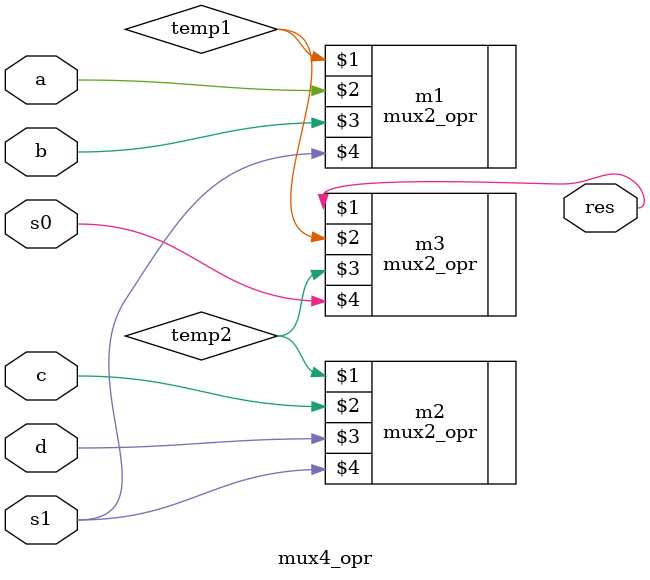
<source format=v>
module mux4_opr(res, a, b, c, d, s0, s1);
    input a, b, c, d, s0, s1;
    output res;
    wire temp1, temp2;


	mux2_opr m1(temp1, a, b, s1); 
	mux2_opr m2(temp2, c, d, s1); 
	mux2_opr m3(res, temp1, temp2, s0);

	
    
endmodule
</source>
